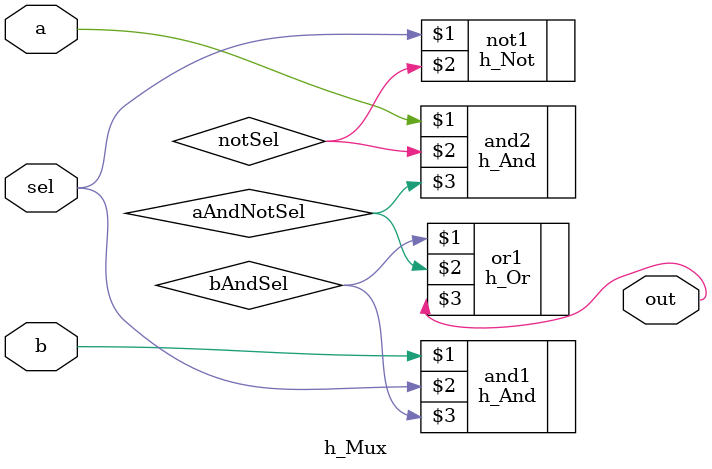
<source format=v>
module h_Mux(
    input a, b, sel,
    output out
);

    wire bAndSel;
    wire notSel;
    wire aAndNotSel;

    h_And and1(b, sel, bAndSel);
    h_Not not1(sel, notSel);
    h_And and2(a, notSel, aAndNotSel);
    h_Or or1(bAndSel, aAndNotSel, out);


endmodule

</source>
